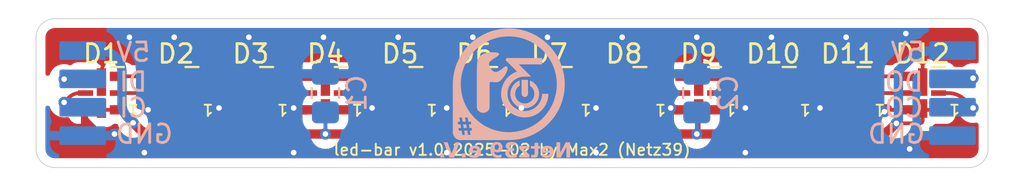
<source format=kicad_pcb>
(kicad_pcb (version 20240108) (generator "pcbnew") (generator_version "8.0")
  (layers (0 "F.Cu" signal) (31 "B.Cu" signal) (34 "B.Paste" user) (35 "F.Paste" user) (36 "B.SilkS" user "B.Silkscreen") (37 "F.SilkS" user "F.Silkscreen") (38 "B.Mask" user) (39 "F.Mask" user) (44 "Edge.Cuts" user))
  (net 0 "")
  (net 1 "+5V")
  (net 2 "Net-(D1-SDI)")
  (net 3 "Net-(D1-SDO)")
  (net 4 "Net-(D1-CKI)")
  (net 5 "Net-(D1-CKO)")
  (net 6 "Net-(D2-SDO)")
  (net 7 "Net-(D2-CKO)")
  (net 8 "Net-(D3-SDO)")
  (net 9 "Net-(D3-CKO)")
  (net 10 "Net-(D4-CKO)")
  (net 11 "Net-(D4-SDO)")
  (net 12 "Net-(D5-SDO)")
  (net 13 "Net-(D5-CKO)")
  (net 14 "Net-(D6-SDO)")
  (net 15 "Net-(D6-CKO)")
  (net 16 "Net-(D7-CKO)")
  (net 17 "Net-(D7-SDO)")
  (net 18 "Net-(D8-SDO)")
  (net 19 "Net-(D8-CKO)")
  (net 20 "Net-(D10-CKI)")
  (net 21 "Net-(D10-SDI)")
  (net 22 "GND")
  (net 23 "Net-(D10-CKO)")
  (net 24 "Net-(D10-SDO)")
  (net 25 "Net-(D12-CKO)")
  (net 26 "Net-(D12-SDO)")
  (net 27 "Net-(D11-SDO)")
  (net 28 "Net-(D11-CKO)")
  (footprint "extraFootprints:LED-APA102-2020" (layer "F.Cu") (at 125 100 180)
    (property "Reference" "D9")
    (property "Value" "APA102-2020")
  )
  (footprint "extraFootprints:LED-APA102-2020" (layer "F.Cu") (at 133 100 180)
    (property "Reference" "D11")
    (property "Value" "APA102-2020")
  )
  (footprint "extraFootprints:LED-APA102-2020" (layer "F.Cu") (at 109 100 180)
    (property "Reference" "D5")
    (property "Value" "APA102-2020")
  )
  (footprint "extraFootprints:LED-APA102-2020" (layer "F.Cu") (at 97 100 180)
    (property "Reference" "D2")
    (property "Value" "APA102-2020")
  )
  (footprint "extraFootprints:LED-APA102-2020" (layer "F.Cu") (at 129 100 180)
    (property "Reference" "D10")
    (property "Value" "APA102-2020")
  )
  (footprint "extraFootprints:LED-APA102-2020" (layer "F.Cu") (at 101 100 180)
    (property "Reference" "D3")
    (property "Value" "APA102-2020")
  )
  (footprint "extraFootprints:LED-APA102-2020" (layer "F.Cu") (at 117 100 180)
    (property "Reference" "D7")
    (property "Value" "APA102-2020")
  )
  (footprint "extraFootprints:LED-APA102-2020" (layer "F.Cu") (at 93 100 180)
    (property "Reference" "D1")
    (property "Value" "APA102-2020")
  )
  (footprint "extraFootprints:LED-APA102-2020" (layer "F.Cu") (at 121 100 180)
    (property "Reference" "D8")
    (property "Value" "APA102-2020")
  )
  (footprint "extraFootprints:LED-APA102-2020" (layer "F.Cu") (at 113 100 180)
    (property "Reference" "D6")
    (property "Value" "APA102-2020")
  )
  (footprint "extraFootprints:LED-APA102-2020" (layer "F.Cu") (at 105 100 180)
    (property "Reference" "D4")
    (property "Value" "APA102-2020")
  )
  (footprint "extraFootprints:LED-APA102-2020" (layer "F.Cu") (at 137 100 180)
    (property "Reference" "D12")
    (property "Value" "APA102-2020")
  )
  (footprint "Capacitor_SMD:C_0805_2012Metric_Pad1.18x1.45mm_HandSolder" (layer "B.Cu") (at 124.9 100 90)
    (property "Reference" "C2")
    (property "Value" "1u")
  )
  (footprint "Capacitor_SMD:C_0805_2012Metric_Pad1.18x1.45mm_HandSolder" (layer "B.Cu") (at 105 100 90)
    (property "Reference" "C1")
    (property "Value" "1u")
  )
  (footprint "extraFootprints:SMD_4xSolderPads_2,5mm_1mm" (layer "B.Cu") (at 92 100 180)
    (property "Reference" "J1" (hide yes))
    (property "Value" "Input")
  )
  (footprint "extraFootprints:SMD_4xSolderPads_2,5mm_1mm" (layer "B.Cu") (at 138.6 100 180)
    (property "Reference" "J2" (hide yes))
    (property "Value" "Input")
  )
  (gr_poly (pts (xy 112.410407 101.877532) (xy 112.577624 101.877532) (xy 112.543757 101.678566) (xy 112.37654 101.678566)) (stroke (width -0.000001)) (fill solid) (layer "B.SilkS"))
  (gr_poly (pts (xy 115.847873 99.288849) (xy 115.511323 99.288849) (xy 115.511323 100.036033) (xy 115.511569 100.0455) (xy 115.512299 100.054842) (xy 115.5135 100.064046) (xy 115.51516 100.073099) (xy 115.517266 100.081988) (xy 115.519807 100.090699) (xy 115.522769 100.09922) (xy 115.52614 100.107536) (xy 115.529908 100.115636) (xy 115.534061 100.123505) (xy 115.538586 100.131131) (xy 115.54347 100.138501) (xy 115.548702 100.1456) (xy 115.554269 100.152417) (xy 115.560158 100.158938) (xy 115.566357 100.165149) (xy 115.572853 100.171038) (xy 115.579635 100.176591) (xy 115.58669 100.181796) (xy 115.594006 100.186638) (xy 115.601569 100.191106) (xy 115.609368 100.195185) (xy 115.61739 100.198862) (xy 115.625623 100.202125) (xy 115.634055 100.20496) (xy 115.642672 100.207353) (xy 115.651464 100.209293) (xy 115.660416 100.210765) (xy 115.669517 100.211757) (xy 115.678755 100.212254) (xy 115.688117 100.212245) (xy 115.69759 100.211716) (xy 115.705861 100.210924) (xy 115.713999 100.209744) (xy 115.721997 100.208186) (xy 115.729844 100.206259) (xy 115.737534 100.203972) (xy 115.745057 100.201335) (xy 115.752405 100.198357) (xy 115.759569 100.195047) (xy 115.766541 100.191415) (xy 115.773312 100.187469) (xy 115.779873 100.18322) (xy 115.786217 100.178676) (xy 115.792335 100.173847) (xy 115.798217 100.168742) (xy 115.803857 100.16337) (xy 115.809244 100.157741) (xy 115.814371 100.151864) (xy 115.819229 100.145748) (xy 115.82381 100.139402) (xy 115.828104 100.132837) (xy 115.832104 100.126061) (xy 115.835801 100.119083) (xy 115.839186 100.111913) (xy 115.842251 100.10456) (xy 115.844987 100.097033) (xy 115.847386 100.089342) (xy 115.84944 100.081496) (xy 115.851139 100.073504) (xy 115.852476 100.065376) (xy 115.853441 100.057121) (xy 115.854026 100.048747) (xy 115.854223 100.040266) (xy 115.854223 99.290966) (xy 115.854128 99.290784) (xy 115.853859 99.290304) (xy 115.853668 99.289984) (xy 115.853442 99.289626) (xy 115.853185 99.289244) (xy 115.8529 99.288849) (xy 115.852591 99.288454) (xy 115.85226 99.288072) (xy 115.852087 99.287889) (xy 115.85191 99.287714) (xy 115.851729 99.287549) (xy 115.851544 99.287394) (xy 115.851357 99.287252) (xy 115.851167 99.287123) (xy 115.850974 99.28701) (xy 115.85078 99.286914) (xy 115.850584 99.286837) (xy 115.850386 99.28678) (xy 115.850188 99.286745) (xy 115.84999 99.286732)) (stroke (width -0.000001)) (fill solid) (layer "B.SilkS"))
  (gr_poly (pts (xy 114.742867 98.116315) (xy 114.738579 98.116613) (xy 114.734347 98.117109) (xy 114.730175 98.117803) (xy 114.726064 98.118696) (xy 114.722018 98.119788) (xy 114.71804 98.121078) (xy 114.714134 98.122566) (xy 114.710302 98.124253) (xy 114.706548 98.126138) (xy 114.702874 98.128221) (xy 114.699284 98.130503) (xy 114.695781 98.132984) (xy 114.692368 98.135663) (xy 114.689048 98.13854) (xy 114.685824 98.141616) (xy 114.682748 98.144846) (xy 114.679871 98.14818) (xy 114.677192 98.151612) (xy 114.674711 98.155134) (xy 114.672429 98.158741) (xy 114.670346 98.162424) (xy 114.66846 98.166177) (xy 114.666774 98.169992) (xy 114.665285 98.173864) (xy 114.663996 98.177784) (xy 114.662904 98.181746) (xy 114.662011 98.185743) (xy 114.661317 98.189768) (xy 114.660821 98.193814) (xy 114.660523 98.197874) (xy 114.660424 98.201941) (xy 114.660523 98.206008) (xy 114.660821 98.210067) (xy 114.661317 98.214113) (xy 114.662011 98.218138) (xy 114.662904 98.222135) (xy 114.663996 98.226098) (xy 114.665285 98.230018) (xy 114.666774 98.233889) (xy 114.66846 98.237705) (xy 114.670346 98.241458) (xy 114.672429 98.245141) (xy 114.674711 98.248747) (xy 114.677192 98.25227) (xy 114.679871 98.255702) (xy 114.682748 98.259036) (xy 114.685824 98.262266) (xy 115.26579 98.842232) (xy 115.218462 98.859781) (xy 115.172146 98.879058) (xy 115.126874 98.900019) (xy 115.082678 98.92262) (xy 115.039591 98.946817) (xy 114.997644 98.972564) (xy 114.95687 98.999817) (xy 114.917301 99.028532) (xy 114.878969 99.058664) (xy 114.841907 99.090168) (xy 114.806146 99.123) (xy 114.771718 99.157115) (xy 114.738657 99.192469) (xy 114.706993 99.229018) (xy 114.676759 99.266715) (xy 114.647988 99.305518) (xy 114.620712 99.345381) (xy 114.594962 99.38626) (xy 114.57077 99.42811) (xy 114.54817 99.470887) (xy 114.527193 99.514545) (xy 114.507871 99.559042) (xy 114.490237 99.604331) (xy 114.474322 99.650369) (xy 114.46016 99.697111) (xy 114.447781 99.744512) (xy 114.437218 99.792527) (xy 114.428504 99.841113) (xy 114.42167 99.890224) (xy 114.416749 99.939817) (xy 114.413773 99.989845) (xy 114.412774 100.040266) (xy 114.414422 100.105545) (xy 114.419315 100.169963) (xy 114.427373 100.233441) (xy 114.438517 100.295899) (xy 114.452666 100.357258) (xy 114.469742 100.417438) (xy 114.489665 100.47636) (xy 114.512356 100.533945) (xy 114.537735 100.590113) (xy 114.565723 100.644784) (xy 114.59624 100.69788) (xy 114.629207 100.74932) (xy 114.664544 100.799025) (xy 114.702173 100.846917) (xy 114.742012 100.892914) (xy 114.783984 100.936939) (xy 114.828009 100.97891) (xy 114.874006 101.01875) (xy 114.921897 101.056378) (xy 114.971603 101.091716) (xy 115.023043 101.124683) (xy 115.076138 101.1552) (xy 115.13081 101.183187) (xy 115.186978 101.208566) (xy 115.244562 101.231257) (xy 115.303485 101.25118) (xy 115.363665 101.268256) (xy 115.425024 101.282406) (xy 115.487482 101.293549) (xy 115.55096 101.301607) (xy 115.615378 101.3065) (xy 115.680657 101.308149) (xy 115.745936 101.3065) (xy 115.810354 101.301607) (xy 115.873832 101.293549) (xy 115.93629 101.282406) (xy 115.997649 101.268256) (xy 116.057829 101.25118) (xy 116.116752 101.231257) (xy 116.174336 101.208566) (xy 116.230504 101.183187) (xy 116.285176 101.1552) (xy 116.338271 101.124683) (xy 116.389711 101.091716) (xy 116.439417 101.056378) (xy 116.487308 101.01875) (xy 116.533305 100.97891) (xy 116.57733 100.936939) (xy 116.619302 100.892914) (xy 116.659141 100.846917) (xy 116.69677 100.799025) (xy 116.732107 100.74932) (xy 116.765074 100.69788) (xy 116.795591 100.644784) (xy 116.823579 100.590113) (xy 116.848958 100.533945) (xy 116.871648 100.47636) (xy 116.891572 100.417438) (xy 116.908648 100.357258) (xy 116.922797 100.295899) (xy 116.93394 100.233441) (xy 116.941998 100.169963) (xy 116.946891 100.105545) (xy 116.94854 100.040266) (xy 116.60564 100.040266) (xy 116.604435 100.087987) (xy 116.600857 100.135067) (xy 116.594965 100.18145) (xy 116.586818 100.227078) (xy 116.576474 100.271894) (xy 116.563992 100.31584) (xy 116.54943 100.358858) (xy 116.532847 100.400893) (xy 116.514301 100.441885) (xy 116.493851 100.481779) (xy 116.471556 100.520516) (xy 116.447473 100.558039) (xy 116.421662 100.594291) (xy 116.394181 100.629214) (xy 116.365088 100.662751) (xy 116.334442 100.694845) (xy 116.302302 100.725438) (xy 116.268726 100.754473) (xy 116.233772 100.781893) (xy 116.1975 100.80764) (xy 116.159967 100.831657) (xy 116.121232 100.853886) (xy 116.081354 100.874271) (xy 116.040391 100.892753) (xy 115.998402 100.909276) (xy 115.955445 100.923782) (xy 115.911579 100.936213) (xy 115.866862 100.946513) (xy 115.821352 100.954624) (xy 115.77511 100.960489) (xy 115.728192 100.964049) (xy 115.680657 100.965249) (xy 115.633122 100.964043) (xy 115.586204 100.960465) (xy 115.539962 100.954573) (xy 115.494452 100.946426) (xy 115.449735 100.936082) (xy 115.405869 100.9236) (xy 115.362912 100.909039) (xy 115.320923 100.892455) (xy 115.27996 100.87391) (xy 115.240082 100.85346) (xy 115.201347 100.831164) (xy 115.163814 100.807082) (xy 115.127542 100.781271) (xy 115.092588 100.75379) (xy 115.059012 100.724697) (xy 115.026872 100.694051) (xy 114.996226 100.661911) (xy 114.967133 100.628335) (xy 114.939652 100.593381) (xy 114.913841 100.557109) (xy 114.889758 100.519576) (xy 114.867463 100.480841) (xy 114.847013 100.440963) (xy 114.828467 100.4) (xy 114.811884 100.358011) (xy 114.797322 100.315054) (xy 114.78484 100.271187) (xy 114.774496 100.22647) (xy 114.766349 100.180961) (xy 114.760457 100.134718) (xy 114.756879 100.0878) (xy 114.755674 100.040266) (xy 114.756879 99.992731) (xy 114.760457 99.945813) (xy 114.766349 99.89957) (xy 114.774496 99.854061) (xy 114.78484 99.809344) (xy 114.797322 99.765478) (xy 114.811884 99.722521) (xy 114.828467 99.680532) (xy 114.847013 99.639569) (xy 114.867463 99.599691) (xy 114.889758 99.560956) (xy 114.913841 99.523423) (xy 114.939652 99.48715) (xy 114.967133 99.452197) (xy 114.996226 99.418621) (xy 115.026872 99.38648) (xy 115.059012 99.355835) (xy 115.092588 99.326742) (xy 115.127542 99.299261) (xy 115.163814 99.27345) (xy 115.201347 99.249367) (xy 115.240082 99.227072) (xy 115.27996 99.206622) (xy 115.320923 99.188076) (xy 115.362912 99.171493) (xy 115.405869 99.156931) (xy 115.449735 99.144449) (xy 115.494452 99.134105) (xy 115.539962 99.125958) (xy 115.586204 99.120066) (xy 115.633122 99.116488) (xy 115.680657 99.115283) (xy 116.023557 99.115283) (xy 115.36739 98.459116) (xy 116.607757 98.459116) (xy 116.607757 98.116216) (xy 114.747207 98.116216)) (stroke (width -0.000001)) (fill solid) (layer "B.SilkS"))
  (gr_poly (pts (xy 113.919424 97.808208) (xy 113.886612 97.809427) (xy 113.853973 97.811416) (xy 113.797468 97.816232) (xy 113.740864 97.822958) (xy 113.684458 97.831917) (xy 113.656422 97.837334) (xy 113.628548 97.843431) (xy 113.600872 97.850246) (xy 113.573432 97.857821) (xy 113.546265 97.866197) (xy 113.519407 97.875412) (xy 113.492897 97.885508) (xy 113.466772 97.896525) (xy 113.441068 97.908503) (xy 113.415823 97.921483) (xy 113.392154 97.936264) (xy 113.368847 97.952021) (xy 113.346018 97.96874) (xy 113.323781 97.986405) (xy 113.302251 98.004999) (xy 113.281543 98.024509) (xy 113.261771 98.044917) (xy 113.24305 98.06621) (xy 113.225495 98.08837) (xy 113.209221 98.111383) (xy 113.194342 98.135233) (xy 113.180972 98.159905) (xy 113.169228 98.185383) (xy 113.164001 98.19842) (xy 113.159223 98.211652) (xy 113.154908 98.225078) (xy 113.151072 98.238696) (xy 113.147727 98.252504) (xy 113.14489 98.266499) (xy 113.138999 98.30425) (xy 113.133976 98.342092) (xy 113.126237 98.418006) (xy 113.121077 98.494169) (xy 113.117902 98.570505) (xy 113.11314 98.876099) (xy 113.11314 100.726066) (xy 113.114567 100.766255) (xy 113.119865 100.803875) (xy 113.128777 100.838923) (xy 113.141045 100.871397) (xy 113.15641 100.901294) (xy 113.174615 100.928612) (xy 113.195401 100.953349) (xy 113.21851 100.975502) (xy 113.243684 100.995069) (xy 113.270665 101.012048) (xy 113.299195 101.026437) (xy 113.329015 101.038233) (xy 113.359868 101.047433) (xy 113.391495 101.054037) (xy 113.423638 101.05804) (xy 113.45604 101.059441) (xy 113.488441 101.058237) (xy 113.520585 101.054427) (xy 113.552212 101.048008) (xy 113.583064 101.038977) (xy 113.612885 101.027332) (xy 113.641414 101.013072) (xy 113.668395 100.996192) (xy 113.693569 100.976693) (xy 113.716678 100.954569) (xy 113.737464 100.929821) (xy 113.755669 100.902445) (xy 113.771034 100.872438) (xy 113.783302 100.8398) (xy 113.792215 100.804526) (xy 113.797513 100.766616) (xy 113.79894 100.726066) (xy 113.79894 99.458183) (xy 113.796823 99.460299) (xy 113.800633 99.451605) (xy 113.804903 99.443755) (xy 113.809611 99.436712) (xy 113.814732 99.430438) (xy 113.820244 99.424899) (xy 113.826124 99.420055) (xy 113.832348 99.415871) (xy 113.838892 99.41231) (xy 113.845734 99.409335) (xy 113.852851 99.40691) (xy 113.860219 99.404996) (xy 113.867814 99.403558) (xy 113.875615 99.402559) (xy 113.883596 99.401962) (xy 113.891736 99.40173) (xy 113.900011 99.401826) (xy 113.916872 99.402856) (xy 113.933993 99.404757) (xy 113.968274 99.409995) (xy 114.001363 99.415184) (xy 114.016996 99.417023) (xy 114.031774 99.417966) (xy 114.068629 99.419963) (xy 114.105956 99.420843) (xy 114.124695 99.420702) (xy 114.143432 99.420087) (xy 114.162125 99.418932) (xy 114.180734 99.417172) (xy 114.199219 99.414743) (xy 114.21754 99.411579) (xy 114.235656 99.407615) (xy 114.253527 99.402785) (xy 114.271113 99.397026) (xy 114.288374 99.390272) (xy 114.305269 99.382457) (xy 114.321757 99.373516) (xy 114.334636 99.365709) (xy 114.347099 99.357393) (xy 114.359178 99.348606) (xy 114.370903 99.339385) (xy 114.382306 99.329767) (xy 114.393418 99.319789) (xy 114.404269 99.309489) (xy 114.41489 99.298904) (xy 114.425314 99.28807) (xy 114.435569 99.277026) (xy 114.455702 99.254454) (xy 114.495324 99.208416) (xy 114.524978 99.172296) (xy 114.553565 99.135358) (xy 114.581012 99.097576) (xy 114.607242 99.058927) (xy 114.619879 99.039268) (xy 114.632184 99.019384) (xy 114.644147 98.99927) (xy 114.65576 98.978923) (xy 114.667014 98.958341) (xy 114.677898 98.93752) (xy 114.688405 98.916457) (xy 114.698524 98.895149) (xy 114.730439 98.818519) (xy 114.738627 98.79785) (xy 114.74626 98.776868) (xy 114.753019 98.755719) (xy 114.758584 98.734547) (xy 114.762636 98.7135) (xy 114.763995 98.703068) (xy 114.764855 98.692722) (xy 114.765178 98.68248) (xy 114.764923 98.67236) (xy 114.76405 98.662381) (xy 114.76252 98.65256) (xy 114.760291 98.642915) (xy 114.757326 98.633466) (xy 114.753582 98.624229) (xy 114.749022 98.615224) (xy 114.743604 98.606469) (xy 114.737289 98.597982) (xy 114.730036 98.58978) (xy 114.721807 98.581883) (xy 114.713718 98.575495) (xy 114.705341 98.570569) (xy 114.696697 98.567028) (xy 114.687808 98.564797) (xy 114.678696 98.563797) (xy 114.669382 98.563954) (xy 114.659889 98.56519) (xy 114.650237 98.56743) (xy 114.640449 98.570597) (xy 114.630546 98.574615) (xy 114.620551 98.579407) (xy 114.610484 98.584897) (xy 114.600367 98.591008) (xy 114.590222 98.597665) (xy 114.569936 98.61231) (xy 114.549799 98.62822) (xy 114.529984 98.644783) (xy 114.492016 98.677431) (xy 114.474211 98.692292) (xy 114.457422 98.705365) (xy 114.441824 98.716037) (xy 114.434526 98.720283) (xy 114.42759 98.723699) (xy 114.37044 98.763916) (xy 114.351357 98.776583) (xy 114.341753 98.782854) (xy 114.332075 98.789051) (xy 114.322298 98.795149) (xy 114.312397 98.801123) (xy 114.302347 98.806948) (xy 114.292123 98.812599) (xy 114.270624 98.824594) (xy 114.249013 98.835134) (xy 114.227327 98.844155) (xy 114.205604 98.851592) (xy 114.183882 98.857379) (xy 114.162196 98.861452) (xy 114.140585 98.863745) (xy 114.119086 98.864193) (xy 114.10839 98.863705) (xy 114.097735 98.862731) (xy 114.087127 98.861263) (xy 114.076571 98.859294) (xy 114.06607 98.856815) (xy 114.055629 98.853817) (xy 114.045254 98.850293) (xy 114.034948 98.846234) (xy 114.024717 98.841633) (xy 114.014565 98.836481) (xy 114.004497 98.830771) (xy 113.994517 98.824493) (xy 113.98463 98.81764) (xy 113.974841 98.810204) (xy 113.965154 98.802176) (xy 113.955573 98.793549) (xy 113.934345 98.773843) (xy 113.913637 98.752882) (xy 113.893624 98.730748) (xy 113.874479 98.707527) (xy 113.856375 98.6833) (xy 113.839487 98.658153) (xy 113.823989 98.632168) (xy 113.810052 98.60543) (xy 113.797853 98.578023) (xy 113.787563 98.550029) (xy 113.783188 98.535839) (xy 113.779357 98.521533) (xy 113.776089 98.507123) (xy 113.773408 98.492619) (xy 113.771334 98.478031) (xy 113.76989 98.463369) (xy 113.769096 98.448645) (xy 113.768976 98.433869) (xy 113.76955 98.41905) (xy 113.77084 98.404201) (xy 113.772869 98.38933) (xy 113.775657 98.374449) (xy 113.778256 98.367403) (xy 113.781271 98.360546) (xy 113.78467 98.353869) (xy 113.788423 98.347362) (xy 113.792498 98.341017) (xy 113.796865 98.334824) (xy 113.801492 98.328773) (xy 113.806348 98.322855) (xy 113.811403 98.317062) (xy 113.816626 98.311383) (xy 113.821984 98.30581) (xy 113.827449 98.300333) (xy 113.83857 98.28963) (xy 113.84974 98.279199) (xy 113.857678 98.272155) (xy 113.865615 98.265309) (xy 113.873553 98.258661) (xy 113.88149 98.252212) (xy 113.889428 98.245961) (xy 113.897365 98.239909) (xy 113.905303 98.234055) (xy 113.91324 98.228399) (xy 113.918483 98.222188) (xy 113.92614 98.215099) (xy 113.947884 98.198497) (xy 114.0114 98.157061) (xy 114.090792 98.107439) (xy 114.132379 98.080605) (xy 114.173061 98.05298) (xy 114.211212 98.024984) (xy 114.245209 97.997033) (xy 114.273427 97.969548) (xy 114.28486 97.956111) (xy 114.29424 97.942947) (xy 114.301362 97.930108) (xy 114.306024 97.917648) (xy 114.308023 97.905617) (xy 114.307155 97.894069) (xy 114.303217 97.883056) (xy 114.296007 97.87263) (xy 114.285321 97.862844) (xy 114.270957 97.853749) (xy 114.285773 97.862216) (xy 114.276501 97.856182) (xy 114.266955 97.850752) (xy 114.257161 97.845887) (xy 114.247144 97.841545) (xy 114.236929 97.837688) (xy 114.22654 97.834273) (xy 114.216002 97.831262) (xy 114.20534 97.828614) (xy 114.194579 97.826288) (xy 114.183743 97.824244) (xy 114.161948 97.820842) (xy 114.140153 97.818084) (xy 114.118556 97.815649) (xy 114.085223 97.812776) (xy 114.051915 97.810523) (xy 114.018656 97.808915) (xy 113.985471 97.807976) (xy 113.952386 97.807732)) (stroke (width -0.000001)) (fill solid) (layer "B.SilkS"))
  (gr_poly (pts (xy 115.369616 99.338382) (xy 115.33268 99.35597) (xy 115.29686 99.375419) (xy 115.262218 99.396667) (xy 115.228817 99.41965) (xy 115.196717 99.444308) (xy 115.165982 99.470578) (xy 115.136674 99.498399) (xy 115.108853 99.527708) (xy 115.082583 99.558443) (xy 115.057925 99.590542) (xy 115.034941 99.623944) (xy 115.013694 99.658585) (xy 114.994245 99.694406) (xy 114.976656 99.731342) (xy 114.96099 99.769332) (xy 114.947733 99.806765) (xy 114.936519 99.844408) (xy 114.927319 99.8822) (xy 114.920104 99.920079) (xy 114.914845 99.957982) (xy 114.911514 99.995849) (xy 114.910082 100.033616) (xy 114.910521 100.071222) (xy 114.912801 100.108604) (xy 114.916895 100.145702) (xy 114.922772 100.182452) (xy 114.930406 100.218793) (xy 114.939767 100.254663) (xy 114.950825 100.289999) (xy 114.963554 100.32474) (xy 114.977923 100.358824) (xy 114.993905 100.392188) (xy 115.011471 100.424771) (xy 115.030591 100.456511) (xy 115.051238 100.487345) (xy 115.073382 100.517212) (xy 115.096995 100.54605) (xy 115.122049 100.573796) (xy 115.148514 100.600388) (xy 115.176361 100.625766) (xy 115.205563 100.649866) (xy 115.236091 100.672626) (xy 115.267915 100.693985) (xy 115.301007 100.71388) (xy 115.335339 100.73225) (xy 115.370882 100.749033) (xy 115.407607 100.764166) (xy 115.445039 100.777422) (xy 115.482682 100.788636) (xy 115.520474 100.797837) (xy 115.558353 100.805052) (xy 115.596257 100.810311) (xy 115.634123 100.813642) (xy 115.67189 100.815073) (xy 115.709496 100.814635) (xy 115.746879 100.812354) (xy 115.783977 100.808261) (xy 115.820727 100.802383) (xy 115.857068 100.79475) (xy 115.892937 100.785389) (xy 115.928274 100.77433) (xy 115.963015 100.761601) (xy 115.997098 100.747232) (xy 116.030463 100.73125) (xy 116.063046 100.713685) (xy 116.094785 100.694564) (xy 116.12562 100.673917) (xy 116.155487 100.651773) (xy 116.184324 100.62816) (xy 116.21207 100.603107) (xy 116.238663 100.576642) (xy 116.26404 100.548794) (xy 116.28814 100.519592) (xy 116.3109 100.489064) (xy 116.332259 100.45724) (xy 116.352155 100.424148) (xy 116.370525 100.389816) (xy 116.387307 100.354273) (xy 116.40244 100.317548) (xy 116.415697 100.280116) (xy 116.426911 100.242473) (xy 116.436111 100.204681) (xy 116.443326 100.166802) (xy 116.448585 100.128899) (xy 116.451916 100.091032) (xy 116.453348 100.053265) (xy 116.452909 100.015659) (xy 116.450629 99.978276) (xy 116.446536 99.941179) (xy 116.440658 99.904429) (xy 116.433024 99.868088) (xy 116.423664 99.832218) (xy 116.412605 99.796882) (xy 116.399876 99.762141) (xy 116.385507 99.728057) (xy 116.369525 99.694693) (xy 116.351959 99.66211) (xy 116.332839 99.63037) (xy 116.312192 99.599536) (xy 116.290048 99.569669) (xy 116.266435 99.540832) (xy 116.241382 99.513085) (xy 116.214917 99.486493) (xy 116.187069 99.461115) (xy 116.157867 99.437016) (xy 116.127339 99.414255) (xy 116.095515 99.392896) (xy 116.062423 99.373001) (xy 116.028091 99.354631) (xy 115.992548 99.337849) (xy 115.955823 99.322716) (xy 115.955823 99.608466) (xy 115.977941 99.623037) (xy 115.999046 99.638544) (xy 116.019128 99.654941) (xy 116.038179 99.672185) (xy 116.05619 99.69023) (xy 116.073151 99.709032) (xy 116.089055 99.728546) (xy 116.103891 99.748728) (xy 116.117651 99.769533) (xy 116.130327 99.790917) (xy 116.141909 99.812835) (xy 116.152388 99.835243) (xy 116.161756 99.858095) (xy 116.170003 99.881348) (xy 116.177121 99.904956) (xy 116.183101 99.928876) (xy 116.187933 99.953063) (xy 116.191609 99.977471) (xy 116.19412 100.002057) (xy 116.195457 100.026776) (xy 116.195612 100.051583) (xy 116.194574 100.076435) (xy 116.192336 100.101285) (xy 116.188888 100.12609) (xy 116.184222 100.150805) (xy 116.178328 100.175386) (xy 116.171198 100.199787) (xy 116.162823 100.223965) (xy 116.153193 100.247875) (xy 116.1423 100.271472) (xy 116.130136 100.294712) (xy 116.11669 100.317549) (xy 116.102119 100.339667) (xy 116.086612 100.360772) (xy 116.070214 100.380854) (xy 116.052971 100.399905) (xy 116.034926 100.417915) (xy 116.016124 100.434877) (xy 115.99661 100.45078) (xy 115.976428 100.465617) (xy 115.955623 100.479377) (xy 115.934239 100.492053) (xy 115.912321 100.503635) (xy 115.889913 100.514114) (xy 115.867061 100.523481) (xy 115.843808 100.531729) (xy 115.8202 100.538847) (xy 115.79628 100.544826) (xy 115.772093 100.549658) (xy 115.747685 100.553335) (xy 115.723099 100.555846) (xy 115.69838 100.557183) (xy 115.673572 100.557337) (xy 115.648721 100.5563) (xy 115.623871 100.554062) (xy 115.599066 100.550614) (xy 115.574351 100.545948) (xy 115.54977 100.540054) (xy 115.525369 100.532924) (xy 115.501191 100.524548) (xy 115.477281 100.514919) (xy 115.453684 100.504026) (xy 115.430444 100.491861) (xy 115.407607 100.478416) (xy 115.385483 100.463844) (xy 115.364361 100.448338) (xy 115.344251 100.43194) (xy 115.325164 100.414697) (xy 115.30711 100.396652) (xy 115.290098 100.37785) (xy 115.274138 100.358336) (xy 115.259242 100.338154) (xy 115.245418 100.317348) (xy 115.232677 100.295965) (xy 115.221029 100.274047) (xy 115.210484 100.251639) (xy 115.201052 100.228787) (xy 115.192743 100.205534) (xy 115.185568 100.181925) (xy 115.179536 100.158006) (xy 115.174657 100.133819) (xy 115.170942 100.109411) (xy 115.1684 100.084825) (xy 115.167043 100.060106) (xy 115.166878 100.035298) (xy 115.167918 100.010447) (xy 115.170171 99.985597) (xy 115.173649 99.960792) (xy 115.17836 99.936077) (xy 115.184316 99.911496) (xy 115.191526 99.887095) (xy 115.2 99.862917) (xy 115.209748 99.839007) (xy 115.220781 99.81541) (xy 115.233108 99.79217) (xy 115.24674 99.769333) (xy 115.254453 99.757155) (xy 115.262508 99.745231) (xy 115.270897 99.733567) (xy 115.279615 99.722171) (xy 115.288655 99.711047) (xy 115.298011 99.700202) (xy 115.307678 99.689642) (xy 115.317648 99.679374) (xy 115.327917 99.669404) (xy 115.338476 99.659737) (xy 115.349321 99.650381) (xy 115.360445 99.64134) (xy 115.371841 99.632623) (xy 115.383505 99.624233) (xy 115.395429 99.616179) (xy 115.407607 99.608466) (xy 115.407607 99.322716)) (stroke (width -0.000001)) (fill solid) (layer "B.SilkS"))
  (gr_poly (pts (xy 114.671096 96.532622) (xy 114.518694 96.544215) (xy 114.368505 96.563305) (xy 114.220719 96.589702) (xy 114.075525 96.623219) (xy 113.933113 96.663666) (xy 113.793671 96.710853) (xy 113.657388 96.764592) (xy 113.524454 96.824693) (xy 113.395058 96.890968) (xy 113.269389 96.963226) (xy 113.147635 97.04128) (xy 113.029987 97.12494) (xy 112.916633 97.214016) (xy 112.807763 97.30832) (xy 112.703565 97.407662) (xy 112.604229 97.511853) (xy 112.509944 97.620705) (xy 112.420899 97.734028) (xy 112.337283 97.851633) (xy 112.259285 97.97333) (xy 112.187094 98.098931) (xy 112.120901 98.228247) (xy 112.060892 98.361088) (xy 112.007259 98.497265) (xy 111.960189 98.636589) (xy 111.919873 98.778872) (xy 111.886499 98.923923) (xy 111.860256 99.071553) (xy 111.841334 99.221575) (xy 111.829921 99.373798) (xy 111.826207 99.528033) (xy 111.826207 102.099782) (xy 111.826761 102.12168) (xy 111.828404 102.143303) (xy 111.831111 102.164622) (xy 111.834855 102.185611) (xy 111.83961 102.206241) (xy 111.84535 102.226486) (xy 111.852047 102.246318) (xy 111.859677 102.265709) (xy 111.868211 102.284632) (xy 111.877625 102.303059) (xy 111.887891 102.320963) (xy 111.898984 102.338317) (xy 111.910876 102.355092) (xy 111.923542 102.371261) (xy 111.936956 102.386797) (xy 111.95109 102.401672) (xy 111.965919 102.415859) (xy 111.981416 102.42933) (xy 111.997555 102.442057) (xy 112.014309 102.454014) (xy 112.031652 102.465172) (xy 112.049559 102.475505) (xy 112.068001 102.484984) (xy 112.086954 102.493582) (xy 112.10639 102.501271) (xy 112.126284 102.508025) (xy 112.146608 102.513815) (xy 112.167338 102.518614) (xy 112.188445 102.522394) (xy 112.209904 102.525129) (xy 112.23169 102.526789) (xy 112.253774 102.527349) (xy 114.825523 102.527349) (xy 114.979758 102.523443) (xy 115.131981 102.51185) (xy 115.282003 102.492761) (xy 115.429633 102.466363) (xy 115.574684 102.432846) (xy 115.716967 102.392399) (xy 115.856291 102.345212) (xy 115.992468 102.291473) (xy 116.125309 102.231372) (xy 116.254625 102.165097) (xy 116.380226 102.092839) (xy 116.501923 102.014785) (xy 116.619528 101.931126) (xy 116.732851 101.842049) (xy 116.841703 101.747746) (xy 116.945894 101.648403) (xy 117.045236 101.544212) (xy 117.13954 101.43536) (xy 117.228616 101.322037) (xy 117.312276 101.204433) (xy 117.39033 101.082735) (xy 117.462588 100.957134) (xy 117.528863 100.827818) (xy 117.588964 100.694977) (xy 117.642703 100.5588) (xy 117.68989 100.419476) (xy 117.730337 100.277194) (xy 117.763854 100.132142) (xy 117.790251 99.984512) (xy 117.809341 99.83449) (xy 117.820934 99.682268) (xy 117.82484 99.528033) (xy 117.397273 99.528033) (xy 117.393927 99.66037) (xy 117.383995 99.79097) (xy 117.36764 99.919672) (xy 117.345022 100.046314) (xy 117.316304 100.170734) (xy 117.281648 100.292772) (xy 117.241214 100.412264) (xy 117.195165 100.52905) (xy 117.143661 100.642968) (xy 117.086866 100.753857) (xy 117.02494 100.861554) (xy 116.958044 100.965898) (xy 116.886342 101.066728) (xy 116.809993 101.163881) (xy 116.72916 101.257197) (xy 116.644005 101.346514) (xy 116.554688 101.431669) (xy 116.461372 101.512502) (xy 116.364219 101.58885) (xy 116.263389 101.660553) (xy 116.159045 101.727449) (xy 116.051348 101.789375) (xy 115.940459 101.84617) (xy 115.826541 101.897674) (xy 115.709755 101.943723) (xy 115.590263 101.984157) (xy 115.468225 102.018813) (xy 115.343805 102.047531) (xy 115.217163 102.070149) (xy 115.088461 102.086504) (xy 114.95786 102.096436) (xy 114.825523 102.099782) (xy 114.693186 102.096436) (xy 114.562586 102.086504) (xy 114.433884 102.070149) (xy 114.307242 102.047531) (xy 114.182822 102.018813) (xy 114.060784 101.984157) (xy 113.941292 101.943723) (xy 113.824506 101.897674) (xy 113.779956 101.877532) (xy 112.844324 101.877532) (xy 112.844324 102.017233) (xy 112.740607 102.017233) (xy 112.778707 102.243716) (xy 112.641124 102.243716) (xy 112.603024 102.017233) (xy 112.435807 102.017233) (xy 112.473907 102.243716) (xy 112.336324 102.243716) (xy 112.298224 102.017233) (xy 112.137357 102.017233) (xy 112.137357 101.877532) (xy 112.272824 101.877532) (xy 112.238957 101.678566) (xy 112.099257 101.678566) (xy 112.099257 101.538866) (xy 112.215674 101.538866) (xy 112.177574 101.312383) (xy 112.315157 101.312383) (xy 112.353257 101.538866) (xy 112.520474 101.538866) (xy 112.482374 101.312383) (xy 112.619957 101.312383) (xy 112.658057 101.538866) (xy 112.806224 101.538866) (xy 112.806224 101.678566) (xy 112.68134 101.678566) (xy 112.715207 101.877532) (xy 112.844324 101.877532) (xy 113.779956 101.877532) (xy 113.710588 101.84617) (xy 113.599699 101.789375) (xy 113.492002 101.727449) (xy 113.387658 101.660553) (xy 113.286828 101.588851) (xy 113.189675 101.512502) (xy 113.096359 101.431669) (xy 113.007042 101.346514) (xy 112.921887 101.257197) (xy 112.841054 101.163881) (xy 112.764706 101.066728) (xy 112.693003 100.965898) (xy 112.626107 100.861554) (xy 112.564181 100.753857) (xy 112.507386 100.642969) (xy 112.455882 100.529051) (xy 112.409833 100.412264) (xy 112.369399 100.292772) (xy 112.334743 100.170735) (xy 112.306025 100.046314) (xy 112.283407 99.919672) (xy 112.267052 99.79097) (xy 112.25712 99.66037) (xy 112.253774 99.528033) (xy 112.25712 99.395696) (xy 112.267052 99.265095) (xy 112.283407 99.136393) (xy 112.306025 99.009751) (xy 112.334743 98.885331) (xy 112.369399 98.763293) (xy 112.409833 98.643801) (xy 112.455882 98.527015) (xy 112.507386 98.413097) (xy 112.564181 98.302208) (xy 112.626107 98.194511) (xy 112.693003 98.090167) (xy 112.764705 97.989337) (xy 112.841054 97.892184) (xy 112.921887 97.798868) (xy 113.007042 97.709551) (xy 113.096359 97.624396) (xy 113.189675 97.543563) (xy 113.286828 97.467214) (xy 113.387658 97.395512) (xy 113.492002 97.328616) (xy 113.599699 97.26669) (xy 113.710587 97.209894) (xy 113.824505 97.158391) (xy 113.941292 97.112342) (xy 114.060784 97.071908) (xy 114.182821 97.037252) (xy 114.307242 97.008534) (xy 114.433884 96.985916) (xy 114.562586 96.969561) (xy 114.693186 96.959629) (xy 114.825523 96.956283) (xy 114.95786 96.959629) (xy 115.088461 96.969561) (xy 115.217163 96.985916) (xy 115.343805 97.008534) (xy 115.468225 97.037252) (xy 115.590263 97.071908) (xy 115.709755 97.112342) (xy 115.826541 97.158391) (xy 115.940459 97.209894) (xy 116.051348 97.26669) (xy 116.159045 97.328616) (xy 116.263389 97.395512) (xy 116.364219 97.467214) (xy 116.461372 97.543563) (xy 116.554688 97.624396) (xy 116.644005 97.709551) (xy 116.72916 97.798868) (xy 116.809993 97.892184) (xy 116.886342 97.989337) (xy 116.958044 98.090167) (xy 117.02494 98.194511) (xy 117.086866 98.302208) (xy 117.143661 98.413097) (xy 117.195165 98.527015) (xy 117.241214 98.643801) (xy 117.281648 98.763293) (xy 117.316304 98.885331) (xy 117.345022 99.009751) (xy 117.36764 99.136393) (xy 117.383995 99.265095) (xy 117.393927 99.395696) (xy 117.397273 99.528033) (xy 117.82484 99.528033) (xy 117.820934 99.373798) (xy 117.809341 99.221575) (xy 117.790251 99.071553) (xy 117.763854 98.923923) (xy 117.730337 98.778872) (xy 117.68989 98.636589) (xy 117.642703 98.497265) (xy 117.588964 98.361088) (xy 117.528863 98.228247) (xy 117.462588 98.098931) (xy 117.39033 97.97333) (xy 117.312276 97.851633) (xy 117.228616 97.734028) (xy 117.13954 97.620705) (xy 117.045236 97.511853) (xy 116.945894 97.407662) (xy 116.841703 97.30832) (xy 116.732851 97.214016) (xy 116.619528 97.12494) (xy 116.501923 97.04128) (xy 116.380226 96.963226) (xy 116.254625 96.890968) (xy 116.125309 96.824693) (xy 115.992468 96.764592) (xy 115.856291 96.710853) (xy 115.716967 96.663666) (xy 115.574684 96.623219) (xy 115.429633 96.589702) (xy 115.282003 96.563305) (xy 115.131981 96.544215) (xy 114.979758 96.532622) (xy 114.825523 96.528716)) (stroke (width -0.000001)) (fill solid) (layer "B.SilkS"))
  (gr_arc (start 140.5 103) (mid 140.207107 103.707107) (end 139.5 104) (stroke (width 0.05)) (layer "Edge.Cuts"))
  (gr_arc (start 139.5 96) (mid 140.207107 96.292893) (end 140.5 97) (stroke (width 0.05)) (layer "Edge.Cuts"))
  (gr_line (start 139.5 96) (end 90.5 96) (stroke (width 0.05)) (layer "Edge.Cuts"))
  (gr_line (start 90.5 104) (end 139.5 104) (stroke (width 0.05)) (layer "Edge.Cuts"))
  (gr_arc (start 89.5 97) (mid 89.792893 96.292893) (end 90.5 96) (stroke (width 0.05)) (layer "Edge.Cuts"))
  (gr_line (start 140.5 103) (end 140.5 97) (stroke (width 0.05)) (layer "Edge.Cuts"))
  (gr_arc (start 90.5 104) (mid 89.792893 103.707107) (end 89.5 103) (stroke (width 0.05)) (layer "Edge.Cuts"))
  (gr_line (start 89.5 97) (end 89.5 103) (stroke (width 0.05)) (layer "Edge.Cuts"))
  (gr_text "Netz39 e.V." (at 114.63169 103.126789 0) (layer "B.SilkS") (effects (font (size 0.8 0.8) (thickness 0.125) (bold yes)) (justify mirror)))
  (gr_text "led-bar v1.0 2025-02 by Max2 (Netz39)" (at 115 103.4 0) (layer "F.SilkS") (effects (font (size 0.6 0.6) (thickness 0.1)) (justify bottom)))
  (segment (start 121 102.029289) (end 121 100.879497) (width 0.2) (layer "F.Cu") (net 1))
  (segment (start 101 100.879497) (end 101 102.029289) (width 0.2) (layer "F.Cu") (net 1))
  (segment (start 116.829289 102.2) (end 112.97071 102.2) (width 0.5) (layer "F.Cu") (net 1))
  (segment (start 113.119497 100.9) (end 113.85 100.9) (width 0.2) (layer "F.Cu") (net 1))
  (segment (start 113 100.879497) (end 113 102.029289) (width 0.2) (layer "F.Cu") (net 1))
  (segment (start 117 102.029289) (end 117 100.879497) (width 0.2) (layer "F.Cu") (net 1))
  (segment (start 96.97071 102.2) (end 96.829289 102.2) (width 0.5) (layer "F.Cu") (net 1))
  (segment (start 104.97071 102.2) (end 108.829289 102.2) (width 0.5) (layer "F.Cu") (net 1))
  (segment (start 97.119497 100.9) (end 97.85 100.9) (width 0.2) (layer "F.Cu") (net 1))
  (segment (start 109 102.2) (end 108.97071 102.2) (width 0.5) (layer "F.Cu") (net 1))
  (segment (start 124.9 102.2) (end 128.829289 102.2) (width 0.5) (layer "F.Cu") (net 1))
  (segment (start 133.119497 100.9) (end 133.85 100.9) (width 0.2) (layer "F.Cu") (net 1))
  (segment (start 104.97071 102.2) (end 104.829289 102.2) (width 0.5) (layer "F.Cu") (net 1))
  (segment (start 137 101.463289) (end 137 100.879497) (width 0.2) (layer "F.Cu") (net 1))
  (segment (start 109.2 102.2) (end 109 102.2) (width 0.5) (layer "F.Cu") (net 1))
  (segment (start 109.2 102.2) (end 112.829289 102.2) (width 0.5) (layer "F.Cu") (net 1))
  (segment (start 135.591886 101.624343) (end 136.838946 101.624343) (width 0.2) (layer "F.Cu") (net 1))
  (segment (start 109 100.879497) (end 109 102.029289) (width 0.2) (layer "F.Cu") (net 1))
  (segment (start 117.119497 100.9) (end 117.85 100.9) (width 0.2) (layer "F.Cu") (net 1))
  (segment (start 116.97071 102.2) (end 116.829289 102.2) (width 0.5) (layer "F.Cu") (net 1))
  (segment (start 137.119497 100.9) (end 137.85 100.9) (width 0.2) (layer "F.Cu") (net 1))
  (segment (start 95.724264 102.2) (end 96.829289 102.2) (width 0.5) (layer "F.Cu") (net 1))
  (segment (start 105 100.879497) (end 105 102.029289) (width 0.2) (layer "F.Cu") (net 1))
  (segment (start 94.7 101.6) (end 95 101.9) (width 0.5) (layer "F.Cu") (net 1))
  (segment (start 133 102.029289) (end 133 100.879497) (width 0.2) (layer "F.Cu") (net 1))
  (segment (start 125 100.879497) (end 125 102.029289) (width 0.2) (layer "F.Cu") (net 1))
  (segment (start 120.97071 102.2) (end 120.829289 102.2) (width 0.5) (layer "F.Cu") (net 1))
  (segment (start 128.97071 102.2) (end 128.829289 102.2) (width 0.5) (layer "F.Cu") (net 1))
  (segment (start 101.119497 100.9) (end 101.85 100.9) (width 0.2) (layer "F.Cu") (net 1))
  (segment (start 135.591886 101.624343) (end 135.583771 101.624343) (width 0.5) (layer "F.Cu") (net 1))
  (segment (start 135.569919 101.63008) (end 135.287828 101.912171) (width 0.5) (layer "F.Cu") (net 1))
  (segment (start 100.97071 102.2) (end 104.829289 102.2) (width 0.5) (layer "F.Cu") (net 1))
  (segment (start 132.829289 102.2) (end 128.97071 102.2) (width 0.5) (layer "F.Cu") (net 1))
  (segment (start 109.119497 100.9) (end 109.85 100.9) (width 0.2) (layer "F.Cu") (net 1))
  (segment (start 97 100.879497) (end 97 102.029289) (width 0.2) (layer "F.Cu") (net 1))
  (segment (start 132.97071 102.2) (end 134.592949 102.2) (width 0.5) (layer "F.Cu") (net 1))
  (segment (start 93.775 100.9) (end 93.119497 100.9) (width 0.2) (layer "F.Cu") (net 1))
  (segment (start 120.829289 102.2) (end 116.97071 102.2) (width 0.5) (layer "F.Cu") (net 1))
  (segment (start 124.95 102.15) (end 124.9 102.2) (width 0.2) (layer "F.Cu") (net 1))
  (segment (start 129.119497 100.9) (end 129.85 100.9) (width 0.2) (layer "F.Cu") (net 1))
  (segment (start 100.97071 102.2) (end 100.829289 102.2) (width 0.5) (layer "F.Cu") (net 1))
  (segment (start 94.7 101.6) (end 94.053033 100.953033) (width 0.2) (layer "F.Cu") (net 1))
  (segment (start 108.97071 102.2) (end 108.829289 102.2) (width 0.5) (layer "F.Cu") (net 1))
  (segment (start 129 102.029289) (end 129 100.879497) (width 0.2) (layer "F.Cu") (net 1))
  (segment (start 100.829289 102.2) (end 96.97071 102.2) (width 0.5) (layer "F.Cu") (net 1))
  (segment (start 112.97071 102.2) (end 112.829289 102.2) (width 0.5) (layer "F.Cu") (net 1))
  (segment (start 124.9 102.2) (end 120.97071 102.2) (width 0.5) (layer "F.Cu") (net 1))
  (segment (start 121.119497 100.9) (end 121.85 100.9) (width 0.2) (layer "F.Cu") (net 1))
  (segment (start 132.97071 102.2) (end 132.829289 102.2) (width 0.5) (layer "F.Cu") (net 1))
  (segment (start 125.119497 100.9) (end 125.85 100.9) (width 0.2) (layer "F.Cu") (net 1))
  (segment (start 105.119497 100.9) (end 105.85 100.9) (width 0.2) (layer "F.Cu") (net 1))
  (via (at 105 102.2) (size 0.6) (drill 0.3) (layers "F.Cu" "B.Cu") (net 1))
  (via (at 124.9 102.2) (size 0.6) (drill 0.3) (layers "F.Cu" "B.Cu") (net 1))
  (via (at 94.7 101.6) (size 0.6) (drill 0.3) (layers "F.Cu" "B.Cu") (net 1))
  (via (at 135.591886 101.624343) (size 0.6) (drill 0.3) (layers "F.Cu" "B.Cu") (net 1))
  (arc (start 135.287828 101.912171) (mid 134.969014 102.125195) (end 134.592949 102.2) (width 0.5) (layer "F.Cu") (net 1))
  (arc (start 112.829289 102.2) (mid 112.894617 102.187005) (end 112.95 102.15) (width 0.5) (layer "F.Cu") (net 1))
  (arc (start 132.95 102.15) (mid 132.94365 102.181919) (end 132.97071 102.2) (width 0.2) (layer "F.Cu") (net 1))
  (arc (start 96.829289 102.2) (mid 96.894617 102.187005) (end 96.95 102.15) (width 0.5) (layer "F.Cu") (net 1))
  (arc (start 101 102.029289) (mid 100.987005 102.094617) (end 100.95 102.15) (width 0.2) (layer "F.Cu") (net 1))
  (arc (start 125 102.029289) (mid 124.987005 102.094617) (end 124.95 102.15) (width 0.2) (layer "F.Cu") (net 1))
  (arc (start 96.95 102.15) (mid 96.94365 102.181919) (end 96.97071 102.2) (width 0.2) (layer "F.Cu") (net 1))
  (arc (start 135.583771 101.624343) (mid 135.576274 101.625833) (end 135.569919 101.63008) (width 0.5) (layer "F.Cu") (net 1))
  (arc (start 95 101.9) (mid 95.332295 102.122032) (end 95.724264 102.2) (width 0.5) (layer "F.Cu") (net 1))
  (arc (start 97 102.029289) (mid 96.987005 102.094617) (end 96.95 102.15) (width 0.2) (layer "F.Cu") (net 1))
  (arc (start 116.829289 102.2) (mid 116.894617 102.187005) (end 116.95 102.15) (width 0.5) (layer "F.Cu") (net 1))
  (arc (start 137 101.463289) (mid 136.98774 101.524921) (end 136.952828 101.577171) (width 0.2) (layer "F.Cu") (net 1))
  (arc (start 120.95 102.15) (mid 120.94365 102.181919) (end 120.97071 102.2) (width 0.2) (layer "F.Cu") (net 1))
  (arc (start 136.952828 101.577171) (mid 136.900578 101.612083) (end 136.838946 101.624343) (width 0.2) (layer "F.Cu") (net 1))
  (arc (start 113 102.029289) (mid 112.987005 102.094617) (end 112.95 102.15) (width 0.2) (layer "F.Cu") (net 1))
  (arc (start 121 102.029289) (mid 120.987005 102.094617) (end 120.95 102.15) (width 0.2) (layer "F.Cu") (net 1))
  (arc (start 128.95 102.15) (mid 128.94365 102.181919) (end 128.97071 102.2) (width 0.2) (layer "F.Cu") (net 1))
  (arc (start 116.95 102.15) (mid 116.94365 102.181919) (end 116.97071 102.2) (width 0.2) (layer "F.Cu") (net 1))
  (arc (start 108.95 102.15) (mid 108.94365 102.181919) (end 108.97071 102.2) (width 0.2) (layer "F.Cu") (net 1))
  (arc (start 105 102.029289) (mid 104.987005 102.094617) (end 104.95 102.15) (width 0.2) (layer "F.Cu") (net 1))
  (arc (start 109 102.029289) (mid 108.987005 102.094617) (end 108.95 102.15) (width 0.2) (layer "F.Cu") (net 1))
  (arc (start 128.829289 102.2) (mid 128.894617 102.187005) (end 128.95 102.15) (width 0.5) (layer "F.Cu") (net 1))
  (arc (start 112.95 102.15) (mid 112.94365 102.181919) (end 112.97071 102.2) (width 0.2) (layer "F.Cu") (net 1))
  (arc (start 133 102.029289) (mid 132.987005 102.094617) (end 132.95 102.15) (width 0.2) (layer "F.Cu") (net 1))
  (arc (start 108.829289 102.2) (mid 108.894617 102.187005) (end 108.95 102.15) (width 0.5) (layer "F.Cu") (net 1))
  (arc (start 117 102.029289) (mid 116.987005 102.094617) (end 116.95 102.15) (width 0.2) (layer "F.Cu") (net 1))
  (arc (start 104.829289 102.2) (mid 104.894617 102.187005) (end 104.95 102.15) (width 0.5) (layer "F.Cu") (net 1))
  (arc (start 129 102.029289) (mid 128.987005 102.094617) (end 128.95 102.15) (width 0.2) (layer "F.Cu") (net 1))
  (arc (start 100.95 102.15) (mid 100.94365 102.181919) (end 100.97071 102.2) (width 0.2) (layer "F.Cu") (net 1))
  (arc (start 120.829289 102.2) (mid 120.894617 102.187005) (end 120.95 102.15) (width 0.5) (layer "F.Cu") (net 1))
  (arc (start 132.829289 102.2) (mid 132.894617 102.187005) (end 132.95 102.15) (width 0.5) (layer "F.Cu") (net 1))
  (arc (start 100.829289 102.2) (mid 100.894617 102.187005) (end 100.95 102.15) (width 0.5) (layer "F.Cu") (net 1))
  (arc (start 104.95 102.15) (mid 104.94365 102.181919) (end 104.97071 102.2) (width 0.2) (layer "F.Cu") (net 1))
  (segment (start 135.591886 101.624343) (end 135.645943 101.570286) (width 0.5) (layer "B.Cu") (net 1))
  (segment (start 135.7 98.81412) (end 135.7 101.43978) (width 0.5) (layer "B.Cu") (net 1))
  (segment (start 94.1 98.885075) (end 94.1 100.575735) (width 0.5) (layer "B.Cu") (net 1))
  (segment (start 136.240392 98.259608) (end 135.697392 98.802608) (width 0.5) (layer "B.Cu") (net 1))
  (segment (start 105 102.2) (end 105 101.0375) (width 0.2) (layer "B.Cu") (net 1))
  (segment (start 94.7 101.6) (end 94.4 101.3) (width 0.5) (layer "B.Cu") (net 1))
  (segment (start 124.9 102.2) (end 124.9 101.0375) (width 0.2) (layer "B.Cu") (net 1))
  (segment (start 137.557606 97.714) (end 139.1 97.714) (width 0.5) (layer "B.Cu") (net 1))
  (arc (start 93.757 98.057) (mid 93.377075 97.803142) (end 92.928924 97.714) (width 0.5) (layer "B.Cu") (net 1))
  (arc (start 135.7 101.43978) (mid 135.685951 101.510409) (end 135.645943 101.570286) (width 0.5) (layer "B.Cu") (net 1))
  (arc (start 93.757 98.057) (mid 94.010857 98.436924) (end 94.1 98.885075) (width 0.5) (layer "B.Cu") (net 1))
  (arc (start 135.697392 98.802608) (mid 135.696311 98.805216) (end 135.697392 98.807824) (width 0.5) (layer "B.Cu") (net 1))
  (arc (start 135.697392 98.807824) (mid 135.699322 98.810712) (end 135.7 98.81412) (width 0.5) (layer "B.Cu") (net 1))
  (arc (start 94.1 100.575735) (mid 94.177967 100.967704) (end 94.4 101.3) (width 0.5) (layer "B.Cu") (net 1))
  (arc (start 137.557606 97.714) (mid 136.844734 97.855798) (end 136.240392 98.259608) (width 0.5) (layer "B.Cu") (net 1))
  (segment (start 91.893933 99.25) (end 91 99.25) (width 0.2) (layer "F.Cu") (net 2))
  (via (at 91 99.25) (size 0.6) (drill 0.3) (layers "F.Cu" "B.Cu") (net 2))
  (arc (start 92.075 99.175) (mid 91.991925 99.230508) (end 91.893933 99.25) (width 0.2) (layer "F.Cu") (net 2))
  (segment (start 93.85 99.1) (end 96.15 99.1) (width 0.2) (layer "F.Cu") (net 3))
  (segment (start 91.825 100) (end 92.15 100) (width 0.2) (layer "F.Cu") (net 4))
  (segment (start 91.27019 100.229809) (end 91 100.5) (width 0.2) (layer "F.Cu") (net 4))
  (via (at 91 100.5) (size 0.6) (drill 0.3) (layers "F.Cu" "B.Cu") (net 4))
  (arc (start 91.825 100) (mid 91.524739 100.059725) (end 91.27019 100.229809) (width 0.2) (layer "F.Cu") (net 4))
  (segment (start 96.15 100) (end 93.85 100) (width 0.2) (layer "F.Cu") (net 5))
  (segment (start 97.85 99.1) (end 100.15 99.1) (width 0.2) (layer "F.Cu") (net 6))
  (segment (start 100.15 100) (end 97.85 100) (width 0.2) (layer "F.Cu") (net 7))
  (segment (start 101.85 99.1) (end 104.15 99.1) (width 0.2) (layer "F.Cu") (net 8))
  (segment (start 104.15 100) (end 101.85 100) (width 0.2) (layer "F.Cu") (net 9))
  (segment (start 108.15 100) (end 105.85 100) (width 0.2) (layer "F.Cu") (net 10))
  (segment (start 105.85 99.1) (end 108.15 99.1) (width 0.2) (layer "F.Cu") (net 11))
  (segment (start 109.85 99.1) (end 112.15 99.1) (width 0.2) (layer "F.Cu") (net 12))
  (segment (start 112.15 100) (end 109.85 100) (width 0.2) (layer "F.Cu") (net 13))
  (segment (start 113.85 99.1) (end 116.15 99.1) (width 0.2) (layer "F.Cu") (net 14))
  (segment (start 116.15 100) (end 113.85 100) (width 0.2) (layer "F.Cu") (net 15))
  (segment (start 120.15 100) (end 117.85 100) (width 0.2) (layer "F.Cu") (net 16))
  (segment (start 117.85 99.1) (end 120.15 99.1) (width 0.2) (layer "F.Cu") (net 17))
  (segment (start 121.85 99.1) (end 124.15 99.1) (width 0.2) (layer "F.Cu") (net 18))
  (segment (start 124.15 100) (end 121.85 100) (width 0.2) (layer "F.Cu") (net 19))
  (segment (start 128.15 100) (end 125.85 100) (width 0.2) (layer "F.Cu") (net 20))
  (segment (start 125.85 99.1) (end 128.15 99.1) (width 0.2) (layer "F.Cu") (net 21))
  (segment (start 97 97.17071) (end 97 99.41) (width 0.2) (layer "F.Cu") (net 22))
  (segment (start 113 97.17071) (end 113 99.41) (width 0.2) (layer "F.Cu") (net 22))
  (segment (start 129 97.17071) (end 129 99.41) (width 0.2) (layer "F.Cu") (net 22))
  (segment (start 112.95 97.05) (end 112.9 97) (width 0.2) (layer "F.Cu") (net 22))
  (segment (start 128.95 97.05) (end 128.9 97) (width 0.2) (layer "F.Cu") (net 22))
  (segment (start 111.67071 100.9) (end 112.15 100.9) (width 0.2) (layer "F.Cu") (net 22))
  (segment (start 135.12071 100.9) (end 136.15 100.9) (width 0.2) (layer "F.Cu") (net 22))
  (segment (start 120.9 97) (end 120.95 97.05) (width 0.2) (layer "F.Cu") (net 22))
  (segment (start 115.67071 100.9) (end 116.15 100.9) (width 0.2) (layer "F.Cu") (net 22))
  (segment (start 117 97.17071) (end 117 99.41) (width 0.2) (layer "F.Cu") (net 22))
  (segment (start 105 97.17071) (end 105 99.41) (width 0.2) (layer "F.Cu") (net 22))
  (segment (start 101 97.17071) (end 101 99.41) (width 0.2) (layer "F.Cu") (net 22))
  (segment (start 119.67071 100.9) (end 120.15 100.9) (width 0.2) (layer "F.Cu") (net 22))
  (segment (start 92.15 101.125) (end 92.15 100.9) (width 0.2) (layer "F.Cu") (net 22))
  (segment (start 107.5 100.8) (end 107.55 100.85) (width 0.2) (layer "F.Cu") (net 22))
  (segment (start 99.47071 100.9) (end 100.15 100.9) (width 0.2) (layer "F.Cu") (net 22))
  (segment (start 121 97.17071) (end 121 99.41) (width 0.2) (layer "F.Cu") (net 22))
  (segment (start 107.67071 100.9) (end 108.15 100.9) (width 0.2) (layer "F.Cu") (net 22))
  (segment (start 109 97.17071) (end 109 99.41) (width 0.2) (layer "F.Cu") (net 22))
  (segment (start 125 97.17071) (end 125 99.41) (width 0.2) (layer "F.Cu") (net 22))
  (segment (start 124.9 97) (end 124.95 97.05) (width 0.2) (layer "F.Cu") (net 22))
  (segment (start 131.67071 100.9) (end 132.15 100.9) (width 0.2) (layer "F.Cu") (net 22))
  (segment (start 119.55 100.85) (end 119.5 100.8) (width 0.2) (layer "F.Cu") (net 22))
  (segment (start 134.95 101) (end 135 100.95) (width 0.2) (layer "F.Cu") (net 22))
  (segment (start 123.5 100.8) (end 123.55 100.85) (width 0.2) (layer "F.Cu") (net 22))
  (segment (start 93.35 102.2) (end 93.7 102.2) (width 0.2) (layer "F.Cu") (net 22))
  (segment (start 95.5 100.9) (end 96.15 100.9) (width 0.2) (layer "F.Cu") (net 22))
  (segment (start 94.5 97) (end 93.321733 98.178266) (width 0.2) (layer "F.Cu") (net 22))
  (segment (start 136.1 96.8) (end 136.55 97.25) (width 0.2) (layer "F.Cu") (net 22))
  (segment (start 116.9 97) (end 116.95 97.05) (width 0.2) (layer "F.Cu") (net 22))
  (segment (start 96.9 97) (end 96.95 97.05) (width 0.2) (layer "F.Cu") (net 22))
  (segment (start 131.55 100.85) (end 131.5 100.8) (width 0.2) (layer "F.Cu") (net 22))
  (segment (start 103.47071 100.9) (end 104.15 100.9) (width 0.2) (layer "F.Cu") (net 22))
  (segment (start 123.67071 100.9) (end 124.15 100.9) (width 0.2) (layer "F.Cu") (net 22))
  (segment (start 137 98.336396) (end 137 99.41) (width 0.2) (layer "F.Cu") (net 22))
  (segment (start 103.35 100.85) (end 103.3 100.8) (width 0.2) (layer "F.Cu") (net 22))
  (segment (start 108.9 97) (end 108.95 97.05) (width 0.2) (layer "F.Cu") (net 22))
  (segment (start 92.309099 101.509099) (end 92.752512 101.952512) (width 0.2) (layer "F.Cu") (net 22))
  (segment (start 100.95 97.05) (end 100.9 97) (width 0.2) (layer "F.Cu") (net 22))
  (segment (start 115.5 100.8) (end 115.55 100.85) (width 0.2) (layer "F.Cu") (net 22))
  (segment (start 127.5 100.8) (end 127.55 100.85) (width 0.2) (layer "F.Cu") (net 22))
  (segment (start 104.95 97.05) (end 104.9 97) (width 0.2) (layer "F.Cu") (net 22))
  (segment (start 99.3 100.8) (end 99.35 100.85) (width 0.2) (layer "F.Cu") (net 22))
  (segment (start 127.67071 100.9) (end 128.15 100.9) (width 0.2) (layer "F.Cu") (net 22))
  (segment (start 111.5 100.8) (end 111.55 100.85) (width 0.2) (layer "F.Cu") (net 22))
  (segment (start 133 97.17071) (end 133 99.41) (width 0.2) (layer "F.Cu") (net 22))
  (segment (start 132.9 97) (end 132.95 97.05) (width 0.2) (layer "F.Cu") (net 22))
  (via (at 119.5 103.2) (size 0.6) (drill 0.3) (layers "F.Cu" "B.Cu") (net 22))
  (via (at 95.5 100.9) (size 0.6) (drill 0.3) (layers "F.Cu" "B.Cu") (net 22))
  (via (at 127.5 103.2) (size 0.6) (drill 0.3) (layers "F.Cu" "B.Cu") (net 22))
  (via (at 108.9 97) (size 0.6) (drill 0.3) (layers "F.Cu" "B.Cu") (net 22))
  (via (at 120.9 97) (size 0.6) (drill 0.3) (layers "F.Cu" "B.Cu") (net 22))
  (via (at 124.9 97) (size 0.6) (drill 0.3) (layers "F.Cu" "B.Cu") (net 22))
  (via (at 104.9 97) (size 0.6) (drill 0.3) (layers "F.Cu" "B.Cu") (net 22))
  (via (at 123.5 100.8) (size 0.6) (drill 0.3) (layers "F.Cu" "B.Cu") (net 22))
  (via (at 128.9 97) (size 0.6) (drill 0.3) (layers "F.Cu" "B.Cu") (net 22))
  (via (at 93.7 102.2) (size 0.6) (drill 0.3) (layers "F.Cu" "B.Cu") (net 22))
  (via (at 99.3 100.8) (size 0.6) (drill 0.3) (layers "F.Cu" "B.Cu") (net 22))
  (via (at 107.5 100.8) (size 0.6) (drill 0.3) (layers "F.Cu" "B.Cu") (net 22))
  (via (at 131.5 100.8) (size 0.6) (drill 0.3) (layers "F.Cu" "B.Cu") (net 22))
  (via (at 103.3 103.2) (size 0.6) (drill 0.3) (layers "F.Cu" "B.Cu") (net 22))
  (via (at 96.9 97) (size 0.6) (drill 0.3) (layers "F.Cu" "B.Cu") (net 22))
  (via (at 132.9 97) (size 0.6) (drill 0.3) (layers "F.Cu" "B.Cu") (net 22))
  (via (at 103.3 100.8) (size 0.6) (drill 0.3) (layers "F.Cu" "B.Cu") (net 22))
  (via (at 119.5 100.8) (size 0.6) (drill 0.3) (layers "F.Cu" "B.Cu") (net 22))
  (via (at 111.5 103.2) (size 0.6) (drill 0.3) (layers "F.Cu" "B.Cu") (net 22))
  (via (at 111.5 100.8) (size 0.6) (drill 0.3) (layers "F.Cu" "B.Cu") (net 22))
  (via (at 136.3 103) (size 0.6) (drill 0.3) (layers "F.Cu" "B.Cu") (net 22))
  (via (at 116.9 97) (size 0.6) (drill 0.3) (layers "F.Cu" "B.Cu") (net 22))
  (via (at 94.5 97) (size 0.6) (drill 0.3) (layers "F.Cu" "B.Cu") (net 22))
  (via (at 115.5 100.8) (size 0.6) (drill 0.3) (layers "F.Cu" "B.Cu") (net 22))
  (via (at 95.3 103.2) (size 0.6) (drill 0.3) (layers "F.Cu" "B.Cu") (net 22))
  (via (at 100.9 97) (size 0.6) (drill 0.3) (layers "F.Cu" "B.Cu") (net 22))
  (via (at 136.1 96.8) (size 0.6) (drill 0.3) (layers "F.Cu" "B.Cu") (net 22))
  (via (at 134.95 101) (size 0.6) (drill 0.3) (layers "F.Cu" "B.Cu") (net 22))
  (via (at 127.5 100.8) (size 0.6) (drill 0.3) (layers "F.Cu" "B.Cu") (net 22))
  (via (at 112.9 97) (size 0.6) (drill 0.3) (layers "F.Cu" "B.Cu") (net 22))
  (arc (start 119.55 100.85) (mid 119.605382 100.887005) (end 119.67071 100.9) (width 0.2) (layer "F.Cu") (net 22))
  (arc (start 92.752512 101.952512) (mid 93.026642 102.135679) (end 93.35 102.2) (width 0.2) (layer "F.Cu") (net 22))
  (arc (start 100.95 97.05) (mid 100.987005 97.105382) (end 101 97.17071) (width 0.2) (layer "F.Cu") (net 22))
  (arc (start 112.95 97.05) (mid 112.987005 97.105382) (end 113 97.17071) (width 0.2) (layer "F.Cu") (net 22))
  (arc (start 107.55 100.85) (mid 107.605382 100.887005) (end 107.67071 100.9) (width 0.2) (layer "F.Cu") (net 22))
  (arc (start 99.35 100.85) (mid 99.405382 100.887005) (end 99.47071 100.9) (width 0.2) (layer "F.Cu") (net 22))
  (arc (start 115.55 100.85) (mid 115.605382 100.887005) (end 115.67071 100.9) (width 0.2) (layer "F.Cu") (net 22))
  (arc (start 103.35 100.85) (mid 103.405382 100.887005) (end 103.47071 100.9) (width 0.2) (layer "F.Cu") (net 22))
  (arc (start 108.95 97.05) (mid 108.987005 97.105382) (end 109 97.17071) (width 0.2) (layer "F.Cu") (net 22))
  (arc (start 124.95 97.05) (mid 124.987005 97.105382) (end 125 97.17071) (width 0.2) (layer "F.Cu") (net 22))
  (arc (start 136.55 97.25) (mid 136.883048 97.748442) (end 137 98.336396) (width 0.2) (layer "F.Cu") (net 22))
  (arc (start 93.321733 98.178266) (mid 93.083615 98.534634) (end 93 98.955) (width 0.2) (layer "F.Cu") (net 22))
  (arc (start 120.95 97.05) (mid 120.987005 97.105382) (end 121 97.17071) (width 0.2) (layer "F.Cu") (net 22))
  (arc (start 132.95 97.05) (mid 132.987005 97.105382) (end 133 97.17071) (width 0.2) (layer "F.Cu") (net 22))
  (arc (start 92.15 101.125) (mid 92.191348 101.332872) (end 92.309099 101.509099) (width 0.2) (layer "F.Cu") (net 22))
  (arc (start 116.95 97.05) (mid 116.987005 97.105382) (end 117 97.17071) (width 0.2) (layer "F.Cu") (net 22))
  (arc (start 128.95 97.05) (mid 128.987005 97.105382) (end 129 97.17071) (width 0.2) (layer "F.Cu") (net 22))
  (arc (start 104.95 97.05) (mid 104.987005 97.105382) (end 105 97.17071) (width 0.2) (layer "F.Cu") (net 22))
  (arc (start 131.55 100.85) (mid 131.605382 100.887005) (end 131.67071 100.9) (width 0.2) (layer "F.Cu") (net 22))
  (arc (start 96.95 97.05) (mid 96.987005 97.105382) (end 97 97.17071) (width 0.2) (layer "F.Cu") (net 22))
  (arc (start 135.12071 100.9) (mid 135.055382 100.912994) (end 135 100.95) (width 0.2) (layer "F.Cu") (net 22))
  (arc (start 111.55 100.85) (mid 111.605382 100.887005) (end 111.67071 100.9) (width 0.2) (layer "F.Cu") (net 22))
  (arc (start 123.55 100.85) (mid 123.605382 100.887005) (end 123.67071 100.9) (width 0.2) (layer "F.Cu") (net 22))
  (arc (start 127.55 100.85) (mid 127.605382 100.887005) (end 127.67071 100.9) (width 0.2) (layer "F.Cu") (net 22))
  (segment (start 132.15 100) (end 129.85 100) (width 0.2) (layer "F.Cu") (net 23))
  (segment (start 129.85 99.1) (end 132.15 99.1) (width 0.2) (layer "F.Cu") (net 24))
  (segment (start 139.271231 100.371231) (end 139.7 100.8) (width 0.2) (layer "F.Cu") (net 25))
  (segment (start 138.375 100) (end 137.85 100) (width 0.2) (layer "F.Cu") (net 25))
  (via (at 139.7 100.8) (size 0.6) (drill 0.3) (layers "F.Cu" "B.Cu") (net 25))
  (arc (start 139.271231 100.371231) (mid 138.860036 100.096479) (end 138.375 100) (width 0.2) (layer "F.Cu") (net 25))
  (segment (start 139.7 99.2) (end 138.02071 99.2) (width 0.2) (layer "F.Cu") (net 26))
  (via (at 139.7 99.2) (size 0.6) (drill 0.3) (layers "F.Cu" "B.Cu") (net 26))
  (segment (start 136.15 99.1) (end 133.85 99.1) (width 0.2) (layer "F.Cu") (net 27))
  (segment (start 133.85 100) (end 136.15 100) (width 0.2) (layer "F.Cu") (net 28))
  (zone (net 22) (net_name "GND") (layers "F&B.Cu") (connect_pads (clearance 0.5)) (min_thickness 0.25) (fill yes (thermal_gap 0.5) (thermal_bridge_width 0.5))
    (polygon (pts (xy 88 95) (xy 88 105) (xy 142 105) (xy 142 95)))
  )
)
</source>
